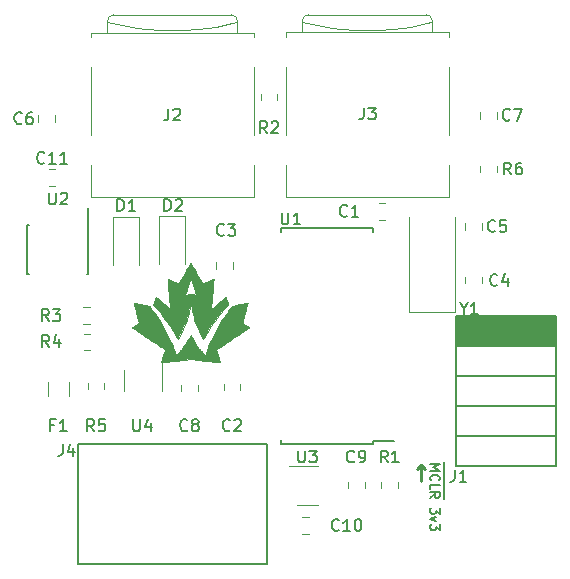
<source format=gto>
G04 #@! TF.GenerationSoftware,KiCad,Pcbnew,5.0.1*
G04 #@! TF.CreationDate,2018-11-03T23:17:01-04:00*
G04 #@! TF.ProjectId,rocketlog,726F636B65746C6F672E6B696361645F,rev?*
G04 #@! TF.SameCoordinates,Original*
G04 #@! TF.FileFunction,Legend,Top*
G04 #@! TF.FilePolarity,Positive*
%FSLAX46Y46*%
G04 Gerber Fmt 4.6, Leading zero omitted, Abs format (unit mm)*
G04 Created by KiCad (PCBNEW 5.0.1) date Sat 03 Nov 2018 11:17:01 PM EDT*
%MOMM*%
%LPD*%
G01*
G04 APERTURE LIST*
%ADD10C,0.150000*%
%ADD11C,0.250000*%
%ADD12C,0.120000*%
%ADD13C,0.010000*%
G04 APERTURE END LIST*
D10*
X160771000Y-110765019D02*
X160771000Y-111679304D01*
X159638095Y-110955495D02*
X160438095Y-110955495D01*
X159866666Y-111222161D01*
X160438095Y-111488828D01*
X159638095Y-111488828D01*
X160771000Y-111679304D02*
X160771000Y-112479304D01*
X159714285Y-112326923D02*
X159676190Y-112288828D01*
X159638095Y-112174542D01*
X159638095Y-112098352D01*
X159676190Y-111984066D01*
X159752380Y-111907876D01*
X159828571Y-111869780D01*
X159980952Y-111831685D01*
X160095238Y-111831685D01*
X160247619Y-111869780D01*
X160323809Y-111907876D01*
X160400000Y-111984066D01*
X160438095Y-112098352D01*
X160438095Y-112174542D01*
X160400000Y-112288828D01*
X160361904Y-112326923D01*
X160771000Y-112479304D02*
X160771000Y-113126923D01*
X159638095Y-113050733D02*
X159638095Y-112669780D01*
X160438095Y-112669780D01*
X160771000Y-113126923D02*
X160771000Y-113926923D01*
X159638095Y-113774542D02*
X160019047Y-113507876D01*
X159638095Y-113317400D02*
X160438095Y-113317400D01*
X160438095Y-113622161D01*
X160400000Y-113698352D01*
X160361904Y-113736447D01*
X160285714Y-113774542D01*
X160171428Y-113774542D01*
X160095238Y-113736447D01*
X160057142Y-113698352D01*
X160019047Y-113622161D01*
X160019047Y-113317400D01*
X160438095Y-114650733D02*
X160438095Y-115145971D01*
X160133333Y-114879304D01*
X160133333Y-114993590D01*
X160095238Y-115069780D01*
X160057142Y-115107876D01*
X159980952Y-115145971D01*
X159790476Y-115145971D01*
X159714285Y-115107876D01*
X159676190Y-115069780D01*
X159638095Y-114993590D01*
X159638095Y-114765019D01*
X159676190Y-114688828D01*
X159714285Y-114650733D01*
X160171428Y-115412638D02*
X159638095Y-115603114D01*
X160171428Y-115793590D01*
X160438095Y-116022161D02*
X160438095Y-116517400D01*
X160133333Y-116250733D01*
X160133333Y-116365019D01*
X160095238Y-116441209D01*
X160057142Y-116479304D01*
X159980952Y-116517400D01*
X159790476Y-116517400D01*
X159714285Y-116479304D01*
X159676190Y-116441209D01*
X159638095Y-116365019D01*
X159638095Y-116136447D01*
X159676190Y-116060257D01*
X159714285Y-116022161D01*
D11*
X158875000Y-112359066D02*
X158875000Y-111025733D01*
X158541666Y-111359066D02*
X158875000Y-111025733D01*
X159208333Y-111359066D01*
D12*
G04 #@! TO.C,J3*
X159316600Y-73590114D02*
X159816600Y-73490114D01*
X158016600Y-73890114D02*
X159316600Y-73590114D01*
X156516600Y-74090114D02*
X158016600Y-73890114D01*
X155216600Y-74190114D02*
X156516600Y-74090114D01*
X153416600Y-74190114D02*
X155216600Y-74190114D01*
X152116600Y-74090114D02*
X153416600Y-74190114D01*
X151316600Y-73990114D02*
X152116600Y-74090114D01*
X149616600Y-73690114D02*
X151316600Y-73990114D01*
X148816600Y-73490114D02*
X149616600Y-73690114D01*
X149316600Y-72890114D02*
X159316600Y-72890114D01*
X148816600Y-74390114D02*
X148816600Y-73390114D01*
X159816600Y-74390114D02*
X159816600Y-73390114D01*
X147406600Y-74390114D02*
X161226600Y-74390114D01*
X161226600Y-88310114D02*
X147406600Y-88310114D01*
X161226600Y-85610114D02*
X161226600Y-88310114D01*
X161226600Y-74390114D02*
X161226600Y-74790114D01*
X161226600Y-77310114D02*
X161226600Y-83090114D01*
X147406600Y-85610114D02*
X147406600Y-88310114D01*
X147406600Y-77310114D02*
X147406600Y-83090114D01*
X147406600Y-74390114D02*
X147406600Y-74790114D01*
X159816600Y-73390114D02*
G75*
G03X159316600Y-72890114I-500000J0D01*
G01*
X149316600Y-72890114D02*
G75*
G03X148816600Y-73390114I0J-500000D01*
G01*
G04 #@! TO.C,C11*
X127363748Y-85990000D02*
X127886252Y-85990000D01*
X127363748Y-87410000D02*
X127886252Y-87410000D01*
D10*
G04 #@! TO.C,U2*
X130690000Y-90675000D02*
X130640000Y-90675000D01*
X130690000Y-94825000D02*
X130545000Y-94825000D01*
X125540000Y-94825000D02*
X125685000Y-94825000D01*
X125540000Y-90675000D02*
X125685000Y-90675000D01*
X130690000Y-90675000D02*
X130690000Y-94825000D01*
X125540000Y-90675000D02*
X125540000Y-94825000D01*
X130640000Y-90675000D02*
X130640000Y-89275000D01*
G04 #@! TO.C,U1*
X154768990Y-109234514D02*
X154768990Y-108984514D01*
X147018990Y-109234514D02*
X147018990Y-108889514D01*
X147018990Y-90984514D02*
X147018990Y-91329514D01*
X154768990Y-90984514D02*
X154768990Y-91329514D01*
X154768990Y-109234514D02*
X147018990Y-109234514D01*
X154768990Y-90984514D02*
X147018990Y-90984514D01*
X154768990Y-108984514D02*
X156593990Y-108984514D01*
D12*
G04 #@! TO.C,J2*
X132816600Y-72905600D02*
G75*
G03X132316600Y-73405600I0J-500000D01*
G01*
X143316600Y-73405600D02*
G75*
G03X142816600Y-72905600I-500000J0D01*
G01*
X130906600Y-74405600D02*
X130906600Y-74805600D01*
X130906600Y-77325600D02*
X130906600Y-83105600D01*
X130906600Y-85625600D02*
X130906600Y-88325600D01*
X144726600Y-77325600D02*
X144726600Y-83105600D01*
X144726600Y-74405600D02*
X144726600Y-74805600D01*
X144726600Y-85625600D02*
X144726600Y-88325600D01*
X144726600Y-88325600D02*
X130906600Y-88325600D01*
X130906600Y-74405600D02*
X144726600Y-74405600D01*
X143316600Y-74405600D02*
X143316600Y-73405600D01*
X132316600Y-74405600D02*
X132316600Y-73405600D01*
X132816600Y-72905600D02*
X142816600Y-72905600D01*
X132316600Y-73505600D02*
X133116600Y-73705600D01*
X133116600Y-73705600D02*
X134816600Y-74005600D01*
X134816600Y-74005600D02*
X135616600Y-74105600D01*
X135616600Y-74105600D02*
X136916600Y-74205600D01*
X136916600Y-74205600D02*
X138716600Y-74205600D01*
X138716600Y-74205600D02*
X140016600Y-74105600D01*
X140016600Y-74105600D02*
X141516600Y-73905600D01*
X141516600Y-73905600D02*
X142816600Y-73605600D01*
X142816600Y-73605600D02*
X143316600Y-73505600D01*
D10*
G04 #@! TO.C,J1*
X161785000Y-98374200D02*
X161785000Y-111074200D01*
X170285000Y-98374200D02*
X170285000Y-111074200D01*
X161785000Y-98374200D02*
X170285000Y-98374200D01*
X161785000Y-111074200D02*
X170285000Y-111074200D01*
X161785000Y-108534200D02*
X170285000Y-108534200D01*
X161785000Y-103454200D02*
X170285000Y-103454200D01*
X161785000Y-105994200D02*
X170285000Y-105994200D01*
X161785000Y-100914200D02*
X170285000Y-100914200D01*
G36*
X170230800Y-98425000D02*
X170230800Y-100863400D01*
X161848800Y-100863400D01*
X161848800Y-98425000D01*
X170230800Y-98425000D01*
G37*
X170230800Y-98425000D02*
X170230800Y-100863400D01*
X161848800Y-100863400D01*
X161848800Y-98425000D01*
X170230800Y-98425000D01*
D12*
G04 #@! TO.C,C2*
X143570000Y-104163748D02*
X143570000Y-104686252D01*
X142150000Y-104163748D02*
X142150000Y-104686252D01*
G04 #@! TO.C,U4*
X133690000Y-102950000D02*
X133690000Y-104750000D01*
X136910000Y-104750000D02*
X136910000Y-102300000D01*
G04 #@! TO.C,F1*
X129060000Y-103997936D02*
X129060000Y-105202064D01*
X127240000Y-103997936D02*
X127240000Y-105202064D01*
G04 #@! TO.C,C6*
X127837000Y-81938652D02*
X127837000Y-81416148D01*
X126417000Y-81938652D02*
X126417000Y-81416148D01*
G04 #@! TO.C,C9*
X152665000Y-112986252D02*
X152665000Y-112463748D01*
X154085000Y-112986252D02*
X154085000Y-112463748D01*
G04 #@! TO.C,C10*
X149336252Y-115440000D02*
X148813748Y-115440000D01*
X149336252Y-116860000D02*
X148813748Y-116860000D01*
G04 #@! TO.C,C1*
X155836252Y-90250000D02*
X155313748Y-90250000D01*
X155836252Y-88830000D02*
X155313748Y-88830000D01*
G04 #@! TO.C,C3*
X141540000Y-94386252D02*
X141540000Y-93863748D01*
X142960000Y-94386252D02*
X142960000Y-93863748D01*
G04 #@! TO.C,C4*
X162590000Y-95626652D02*
X162590000Y-95104148D01*
X164010000Y-95626652D02*
X164010000Y-95104148D01*
G04 #@! TO.C,C5*
X162590000Y-90554148D02*
X162590000Y-91076652D01*
X164010000Y-90554148D02*
X164010000Y-91076652D01*
G04 #@! TO.C,C7*
X163840000Y-81163748D02*
X163840000Y-81686252D01*
X165260000Y-81163748D02*
X165260000Y-81686252D01*
G04 #@! TO.C,C8*
X138540000Y-104213748D02*
X138540000Y-104736252D01*
X139960000Y-104213748D02*
X139960000Y-104736252D01*
G04 #@! TO.C,D1*
X132755000Y-89980000D02*
X132755000Y-94040000D01*
X135025000Y-89980000D02*
X132755000Y-89980000D01*
X135025000Y-94040000D02*
X135025000Y-89980000D01*
G04 #@! TO.C,D2*
X138915000Y-94032500D02*
X138915000Y-89972500D01*
X138915000Y-89972500D02*
X136645000Y-89972500D01*
X136645000Y-89972500D02*
X136645000Y-94032500D01*
G04 #@! TO.C,R1*
X155490000Y-112986252D02*
X155490000Y-112463748D01*
X156910000Y-112986252D02*
X156910000Y-112463748D01*
G04 #@! TO.C,R3*
X130283748Y-99070000D02*
X130806252Y-99070000D01*
X130283748Y-97650000D02*
X130806252Y-97650000D01*
G04 #@! TO.C,R4*
X130307738Y-99899514D02*
X130830242Y-99899514D01*
X130307738Y-101319514D02*
X130830242Y-101319514D01*
G04 #@! TO.C,R5*
X132060000Y-104561252D02*
X132060000Y-104038748D01*
X130640000Y-104561252D02*
X130640000Y-104038748D01*
G04 #@! TO.C,Y1*
X157850000Y-90052900D02*
X157850000Y-98027900D01*
X157850000Y-98027900D02*
X161750000Y-98027900D01*
X161750000Y-98027900D02*
X161750000Y-90052900D01*
G04 #@! TO.C,U3*
X148325000Y-114360000D02*
X150125000Y-114360000D01*
X150125000Y-111140000D02*
X147675000Y-111140000D01*
D13*
G04 #@! TO.C,G\002A\002A\002A*
G36*
X139360228Y-93890610D02*
X139381431Y-93924938D01*
X139413866Y-93979788D01*
X139456434Y-94053230D01*
X139508034Y-94143337D01*
X139567566Y-94248180D01*
X139633930Y-94365829D01*
X139706026Y-94494356D01*
X139782752Y-94631833D01*
X139849294Y-94751587D01*
X139929138Y-94895533D01*
X140005195Y-95032589D01*
X140076365Y-95160776D01*
X140141547Y-95278111D01*
X140199638Y-95382616D01*
X140249538Y-95472309D01*
X140290145Y-95545210D01*
X140320359Y-95599339D01*
X140339078Y-95632716D01*
X140345067Y-95643194D01*
X140353514Y-95646001D01*
X140373219Y-95642700D01*
X140406226Y-95632502D01*
X140454580Y-95614617D01*
X140520323Y-95588256D01*
X140605502Y-95552631D01*
X140712160Y-95506952D01*
X140825965Y-95457570D01*
X140932858Y-95411319D01*
X141031665Y-95369196D01*
X141119509Y-95332380D01*
X141193513Y-95302050D01*
X141250798Y-95279385D01*
X141288486Y-95265563D01*
X141303701Y-95261764D01*
X141303799Y-95261834D01*
X141303760Y-95276646D01*
X141301190Y-95317216D01*
X141296259Y-95381598D01*
X141289142Y-95467844D01*
X141280010Y-95574009D01*
X141269035Y-95698146D01*
X141256390Y-95838309D01*
X141242248Y-95992551D01*
X141226780Y-96158927D01*
X141210160Y-96335490D01*
X141192559Y-96520293D01*
X141189612Y-96551026D01*
X141171841Y-96736915D01*
X141154964Y-96914827D01*
X141139158Y-97082820D01*
X141124598Y-97238954D01*
X141111463Y-97381288D01*
X141099928Y-97507882D01*
X141090169Y-97616795D01*
X141082365Y-97706085D01*
X141076691Y-97773813D01*
X141073323Y-97818038D01*
X141072440Y-97836819D01*
X141072545Y-97837338D01*
X141083703Y-97829421D01*
X141113775Y-97804573D01*
X141160913Y-97764405D01*
X141223267Y-97710526D01*
X141298991Y-97644545D01*
X141386235Y-97568072D01*
X141483151Y-97482718D01*
X141587890Y-97390091D01*
X141680522Y-97307879D01*
X141790616Y-97210187D01*
X141894599Y-97118246D01*
X141990600Y-97033690D01*
X142076748Y-96958152D01*
X142151169Y-96893265D01*
X142211994Y-96840661D01*
X142257349Y-96801974D01*
X142285364Y-96778835D01*
X142294106Y-96772609D01*
X142298355Y-96775725D01*
X142304884Y-96786616D01*
X142314598Y-96807595D01*
X142328402Y-96840977D01*
X142347201Y-96889076D01*
X142371901Y-96954204D01*
X142403406Y-97038677D01*
X142442622Y-97144807D01*
X142487906Y-97267966D01*
X142529253Y-97380584D01*
X142410652Y-97517404D01*
X142257632Y-97698411D01*
X142097133Y-97896590D01*
X141931407Y-98108720D01*
X141762706Y-98331582D01*
X141593279Y-98561956D01*
X141425379Y-98796621D01*
X141261257Y-99032358D01*
X141103164Y-99265946D01*
X140953352Y-99494166D01*
X140814072Y-99713797D01*
X140687574Y-99921619D01*
X140576111Y-100114413D01*
X140508784Y-100237673D01*
X140433201Y-100380045D01*
X140387289Y-100313315D01*
X140299767Y-100176590D01*
X140209077Y-100017244D01*
X140117399Y-99839974D01*
X140026914Y-99649474D01*
X139939804Y-99450442D01*
X139858249Y-99247574D01*
X139784431Y-99045565D01*
X139748015Y-98936828D01*
X139682349Y-98722760D01*
X139616622Y-98487594D01*
X139552489Y-98238011D01*
X139491609Y-97980696D01*
X139435637Y-97722331D01*
X139392092Y-97501194D01*
X139352658Y-97290327D01*
X139281007Y-97647331D01*
X139201826Y-98019104D01*
X139118414Y-98365380D01*
X139030020Y-98688276D01*
X138935894Y-98989912D01*
X138835285Y-99272406D01*
X138727443Y-99537877D01*
X138611618Y-99788444D01*
X138487060Y-100026227D01*
X138364937Y-100234177D01*
X138331687Y-100287008D01*
X138303263Y-100330511D01*
X138283114Y-100359511D01*
X138275292Y-100368778D01*
X138264961Y-100360078D01*
X138245731Y-100331479D01*
X138220873Y-100288118D01*
X138206325Y-100260497D01*
X138125430Y-100109768D01*
X138028182Y-99940922D01*
X137916558Y-99756790D01*
X137792532Y-99560203D01*
X137658081Y-99353994D01*
X137515181Y-99140993D01*
X137365808Y-98924032D01*
X137211938Y-98705944D01*
X137055547Y-98489558D01*
X136898611Y-98277708D01*
X136743106Y-98073225D01*
X136591008Y-97878939D01*
X136444293Y-97697684D01*
X136304937Y-97532289D01*
X136292066Y-97517404D01*
X136173465Y-97380584D01*
X136214812Y-97267966D01*
X136262208Y-97139071D01*
X136301031Y-97034036D01*
X136332183Y-96950548D01*
X136356569Y-96886295D01*
X136375093Y-96838964D01*
X136388659Y-96806243D01*
X136398171Y-96785820D01*
X136404533Y-96775382D01*
X136408464Y-96772609D01*
X136420644Y-96781601D01*
X136451727Y-96807489D01*
X136499839Y-96848641D01*
X136563110Y-96903426D01*
X136639667Y-96970211D01*
X136727639Y-97047365D01*
X136825155Y-97133255D01*
X136930342Y-97226251D01*
X137022202Y-97307724D01*
X137132127Y-97405181D01*
X137235773Y-97496724D01*
X137331292Y-97580745D01*
X137416836Y-97655635D01*
X137490556Y-97719783D01*
X137550604Y-97771580D01*
X137595132Y-97809418D01*
X137622290Y-97831687D01*
X137630328Y-97837183D01*
X137629849Y-97822818D01*
X137626859Y-97782687D01*
X137621533Y-97718732D01*
X137614050Y-97632893D01*
X137604586Y-97527109D01*
X137593317Y-97403322D01*
X137580421Y-97263472D01*
X137566075Y-97109499D01*
X137550454Y-96943343D01*
X137533737Y-96766946D01*
X137531577Y-96744317D01*
X138845639Y-96744317D01*
X138850725Y-96745802D01*
X138871176Y-96730740D01*
X138902735Y-96702327D01*
X138906819Y-96698411D01*
X138956055Y-96657426D01*
X139017236Y-96615415D01*
X139073003Y-96583657D01*
X139197224Y-96536487D01*
X139323322Y-96516348D01*
X139448546Y-96522820D01*
X139570143Y-96555485D01*
X139685361Y-96613925D01*
X139785304Y-96691906D01*
X139820923Y-96723638D01*
X139846207Y-96743048D01*
X139856983Y-96747047D01*
X139856761Y-96744773D01*
X139851393Y-96728034D01*
X139838493Y-96687102D01*
X139818807Y-96624362D01*
X139793081Y-96542196D01*
X139762059Y-96442991D01*
X139726488Y-96329128D01*
X139687113Y-96202993D01*
X139644680Y-96066969D01*
X139602159Y-95930581D01*
X139557694Y-95788000D01*
X139515715Y-95653542D01*
X139476946Y-95529522D01*
X139442113Y-95418256D01*
X139411942Y-95322056D01*
X139387160Y-95243238D01*
X139368491Y-95184116D01*
X139356662Y-95147005D01*
X139352408Y-95134224D01*
X139347939Y-95146575D01*
X139335930Y-95183220D01*
X139317103Y-95241872D01*
X139292182Y-95320244D01*
X139261889Y-95416048D01*
X139226948Y-95526999D01*
X139188082Y-95650809D01*
X139146014Y-95785191D01*
X139101566Y-95927539D01*
X139056802Y-96071017D01*
X139014381Y-96206864D01*
X138975047Y-96332701D01*
X138939546Y-96446153D01*
X138908623Y-96544842D01*
X138883022Y-96626390D01*
X138863487Y-96688421D01*
X138850765Y-96728557D01*
X138845639Y-96744317D01*
X137531577Y-96744317D01*
X137516100Y-96582247D01*
X137513106Y-96551026D01*
X137495363Y-96365062D01*
X137478575Y-96187020D01*
X137462914Y-96018845D01*
X137448552Y-95862485D01*
X137435662Y-95719886D01*
X137424416Y-95592995D01*
X137414986Y-95483758D01*
X137407544Y-95394122D01*
X137402262Y-95326033D01*
X137399313Y-95281439D01*
X137398869Y-95262284D01*
X137399046Y-95261707D01*
X137413371Y-95265056D01*
X137450275Y-95278463D01*
X137506872Y-95300748D01*
X137580275Y-95330732D01*
X137667597Y-95367235D01*
X137765950Y-95409077D01*
X137872448Y-95455078D01*
X137874649Y-95456036D01*
X137981171Y-95502340D01*
X138079411Y-95544938D01*
X138166505Y-95582597D01*
X138239592Y-95614084D01*
X138295810Y-95638166D01*
X138332297Y-95653609D01*
X138346190Y-95659182D01*
X138346218Y-95659184D01*
X138353569Y-95647321D01*
X138373319Y-95613006D01*
X138404404Y-95558144D01*
X138445754Y-95484643D01*
X138496304Y-95394412D01*
X138554986Y-95289357D01*
X138620733Y-95171386D01*
X138692479Y-95042407D01*
X138769155Y-94904326D01*
X138844222Y-94768932D01*
X138924697Y-94624012D01*
X139001463Y-94486422D01*
X139073432Y-94358071D01*
X139139516Y-94240872D01*
X139198626Y-94136733D01*
X139249675Y-94047564D01*
X139291574Y-93975276D01*
X139323235Y-93921778D01*
X139343569Y-93888982D01*
X139351359Y-93878733D01*
X139360228Y-93890610D01*
X139360228Y-93890610D01*
G37*
X139360228Y-93890610D02*
X139381431Y-93924938D01*
X139413866Y-93979788D01*
X139456434Y-94053230D01*
X139508034Y-94143337D01*
X139567566Y-94248180D01*
X139633930Y-94365829D01*
X139706026Y-94494356D01*
X139782752Y-94631833D01*
X139849294Y-94751587D01*
X139929138Y-94895533D01*
X140005195Y-95032589D01*
X140076365Y-95160776D01*
X140141547Y-95278111D01*
X140199638Y-95382616D01*
X140249538Y-95472309D01*
X140290145Y-95545210D01*
X140320359Y-95599339D01*
X140339078Y-95632716D01*
X140345067Y-95643194D01*
X140353514Y-95646001D01*
X140373219Y-95642700D01*
X140406226Y-95632502D01*
X140454580Y-95614617D01*
X140520323Y-95588256D01*
X140605502Y-95552631D01*
X140712160Y-95506952D01*
X140825965Y-95457570D01*
X140932858Y-95411319D01*
X141031665Y-95369196D01*
X141119509Y-95332380D01*
X141193513Y-95302050D01*
X141250798Y-95279385D01*
X141288486Y-95265563D01*
X141303701Y-95261764D01*
X141303799Y-95261834D01*
X141303760Y-95276646D01*
X141301190Y-95317216D01*
X141296259Y-95381598D01*
X141289142Y-95467844D01*
X141280010Y-95574009D01*
X141269035Y-95698146D01*
X141256390Y-95838309D01*
X141242248Y-95992551D01*
X141226780Y-96158927D01*
X141210160Y-96335490D01*
X141192559Y-96520293D01*
X141189612Y-96551026D01*
X141171841Y-96736915D01*
X141154964Y-96914827D01*
X141139158Y-97082820D01*
X141124598Y-97238954D01*
X141111463Y-97381288D01*
X141099928Y-97507882D01*
X141090169Y-97616795D01*
X141082365Y-97706085D01*
X141076691Y-97773813D01*
X141073323Y-97818038D01*
X141072440Y-97836819D01*
X141072545Y-97837338D01*
X141083703Y-97829421D01*
X141113775Y-97804573D01*
X141160913Y-97764405D01*
X141223267Y-97710526D01*
X141298991Y-97644545D01*
X141386235Y-97568072D01*
X141483151Y-97482718D01*
X141587890Y-97390091D01*
X141680522Y-97307879D01*
X141790616Y-97210187D01*
X141894599Y-97118246D01*
X141990600Y-97033690D01*
X142076748Y-96958152D01*
X142151169Y-96893265D01*
X142211994Y-96840661D01*
X142257349Y-96801974D01*
X142285364Y-96778835D01*
X142294106Y-96772609D01*
X142298355Y-96775725D01*
X142304884Y-96786616D01*
X142314598Y-96807595D01*
X142328402Y-96840977D01*
X142347201Y-96889076D01*
X142371901Y-96954204D01*
X142403406Y-97038677D01*
X142442622Y-97144807D01*
X142487906Y-97267966D01*
X142529253Y-97380584D01*
X142410652Y-97517404D01*
X142257632Y-97698411D01*
X142097133Y-97896590D01*
X141931407Y-98108720D01*
X141762706Y-98331582D01*
X141593279Y-98561956D01*
X141425379Y-98796621D01*
X141261257Y-99032358D01*
X141103164Y-99265946D01*
X140953352Y-99494166D01*
X140814072Y-99713797D01*
X140687574Y-99921619D01*
X140576111Y-100114413D01*
X140508784Y-100237673D01*
X140433201Y-100380045D01*
X140387289Y-100313315D01*
X140299767Y-100176590D01*
X140209077Y-100017244D01*
X140117399Y-99839974D01*
X140026914Y-99649474D01*
X139939804Y-99450442D01*
X139858249Y-99247574D01*
X139784431Y-99045565D01*
X139748015Y-98936828D01*
X139682349Y-98722760D01*
X139616622Y-98487594D01*
X139552489Y-98238011D01*
X139491609Y-97980696D01*
X139435637Y-97722331D01*
X139392092Y-97501194D01*
X139352658Y-97290327D01*
X139281007Y-97647331D01*
X139201826Y-98019104D01*
X139118414Y-98365380D01*
X139030020Y-98688276D01*
X138935894Y-98989912D01*
X138835285Y-99272406D01*
X138727443Y-99537877D01*
X138611618Y-99788444D01*
X138487060Y-100026227D01*
X138364937Y-100234177D01*
X138331687Y-100287008D01*
X138303263Y-100330511D01*
X138283114Y-100359511D01*
X138275292Y-100368778D01*
X138264961Y-100360078D01*
X138245731Y-100331479D01*
X138220873Y-100288118D01*
X138206325Y-100260497D01*
X138125430Y-100109768D01*
X138028182Y-99940922D01*
X137916558Y-99756790D01*
X137792532Y-99560203D01*
X137658081Y-99353994D01*
X137515181Y-99140993D01*
X137365808Y-98924032D01*
X137211938Y-98705944D01*
X137055547Y-98489558D01*
X136898611Y-98277708D01*
X136743106Y-98073225D01*
X136591008Y-97878939D01*
X136444293Y-97697684D01*
X136304937Y-97532289D01*
X136292066Y-97517404D01*
X136173465Y-97380584D01*
X136214812Y-97267966D01*
X136262208Y-97139071D01*
X136301031Y-97034036D01*
X136332183Y-96950548D01*
X136356569Y-96886295D01*
X136375093Y-96838964D01*
X136388659Y-96806243D01*
X136398171Y-96785820D01*
X136404533Y-96775382D01*
X136408464Y-96772609D01*
X136420644Y-96781601D01*
X136451727Y-96807489D01*
X136499839Y-96848641D01*
X136563110Y-96903426D01*
X136639667Y-96970211D01*
X136727639Y-97047365D01*
X136825155Y-97133255D01*
X136930342Y-97226251D01*
X137022202Y-97307724D01*
X137132127Y-97405181D01*
X137235773Y-97496724D01*
X137331292Y-97580745D01*
X137416836Y-97655635D01*
X137490556Y-97719783D01*
X137550604Y-97771580D01*
X137595132Y-97809418D01*
X137622290Y-97831687D01*
X137630328Y-97837183D01*
X137629849Y-97822818D01*
X137626859Y-97782687D01*
X137621533Y-97718732D01*
X137614050Y-97632893D01*
X137604586Y-97527109D01*
X137593317Y-97403322D01*
X137580421Y-97263472D01*
X137566075Y-97109499D01*
X137550454Y-96943343D01*
X137533737Y-96766946D01*
X137531577Y-96744317D01*
X138845639Y-96744317D01*
X138850725Y-96745802D01*
X138871176Y-96730740D01*
X138902735Y-96702327D01*
X138906819Y-96698411D01*
X138956055Y-96657426D01*
X139017236Y-96615415D01*
X139073003Y-96583657D01*
X139197224Y-96536487D01*
X139323322Y-96516348D01*
X139448546Y-96522820D01*
X139570143Y-96555485D01*
X139685361Y-96613925D01*
X139785304Y-96691906D01*
X139820923Y-96723638D01*
X139846207Y-96743048D01*
X139856983Y-96747047D01*
X139856761Y-96744773D01*
X139851393Y-96728034D01*
X139838493Y-96687102D01*
X139818807Y-96624362D01*
X139793081Y-96542196D01*
X139762059Y-96442991D01*
X139726488Y-96329128D01*
X139687113Y-96202993D01*
X139644680Y-96066969D01*
X139602159Y-95930581D01*
X139557694Y-95788000D01*
X139515715Y-95653542D01*
X139476946Y-95529522D01*
X139442113Y-95418256D01*
X139411942Y-95322056D01*
X139387160Y-95243238D01*
X139368491Y-95184116D01*
X139356662Y-95147005D01*
X139352408Y-95134224D01*
X139347939Y-95146575D01*
X139335930Y-95183220D01*
X139317103Y-95241872D01*
X139292182Y-95320244D01*
X139261889Y-95416048D01*
X139226948Y-95526999D01*
X139188082Y-95650809D01*
X139146014Y-95785191D01*
X139101566Y-95927539D01*
X139056802Y-96071017D01*
X139014381Y-96206864D01*
X138975047Y-96332701D01*
X138939546Y-96446153D01*
X138908623Y-96544842D01*
X138883022Y-96626390D01*
X138863487Y-96688421D01*
X138850765Y-96728557D01*
X138845639Y-96744317D01*
X137531577Y-96744317D01*
X137516100Y-96582247D01*
X137513106Y-96551026D01*
X137495363Y-96365062D01*
X137478575Y-96187020D01*
X137462914Y-96018845D01*
X137448552Y-95862485D01*
X137435662Y-95719886D01*
X137424416Y-95592995D01*
X137414986Y-95483758D01*
X137407544Y-95394122D01*
X137402262Y-95326033D01*
X137399313Y-95281439D01*
X137398869Y-95262284D01*
X137399046Y-95261707D01*
X137413371Y-95265056D01*
X137450275Y-95278463D01*
X137506872Y-95300748D01*
X137580275Y-95330732D01*
X137667597Y-95367235D01*
X137765950Y-95409077D01*
X137872448Y-95455078D01*
X137874649Y-95456036D01*
X137981171Y-95502340D01*
X138079411Y-95544938D01*
X138166505Y-95582597D01*
X138239592Y-95614084D01*
X138295810Y-95638166D01*
X138332297Y-95653609D01*
X138346190Y-95659182D01*
X138346218Y-95659184D01*
X138353569Y-95647321D01*
X138373319Y-95613006D01*
X138404404Y-95558144D01*
X138445754Y-95484643D01*
X138496304Y-95394412D01*
X138554986Y-95289357D01*
X138620733Y-95171386D01*
X138692479Y-95042407D01*
X138769155Y-94904326D01*
X138844222Y-94768932D01*
X138924697Y-94624012D01*
X139001463Y-94486422D01*
X139073432Y-94358071D01*
X139139516Y-94240872D01*
X139198626Y-94136733D01*
X139249675Y-94047564D01*
X139291574Y-93975276D01*
X139323235Y-93921778D01*
X139343569Y-93888982D01*
X139351359Y-93878733D01*
X139360228Y-93890610D01*
G36*
X134545793Y-97282739D02*
X134584466Y-97289599D01*
X134645104Y-97300860D01*
X134725038Y-97316010D01*
X134821598Y-97334542D01*
X134932117Y-97355944D01*
X135053924Y-97379709D01*
X135184351Y-97405326D01*
X135186588Y-97405767D01*
X135347754Y-97437747D01*
X135483350Y-97465163D01*
X135595192Y-97488430D01*
X135685095Y-97507959D01*
X135754878Y-97524165D01*
X135806356Y-97537460D01*
X135841347Y-97548257D01*
X135861665Y-97556969D01*
X135866604Y-97560408D01*
X135891547Y-97587253D01*
X135929852Y-97634111D01*
X135979293Y-97697932D01*
X136037647Y-97775666D01*
X136102688Y-97864263D01*
X136172192Y-97960674D01*
X136243933Y-98061848D01*
X136315688Y-98164737D01*
X136385230Y-98266290D01*
X136428946Y-98331267D01*
X136635483Y-98649468D01*
X136837837Y-98978352D01*
X137033708Y-99313658D01*
X137220797Y-99651125D01*
X137396803Y-99986494D01*
X137559426Y-100315503D01*
X137706368Y-100633892D01*
X137833963Y-100934033D01*
X137866132Y-101016060D01*
X137901099Y-101109675D01*
X137937221Y-101210036D01*
X137972860Y-101312298D01*
X138006373Y-101411617D01*
X138036120Y-101503152D01*
X138060460Y-101582058D01*
X138077752Y-101643491D01*
X138085177Y-101675544D01*
X138093693Y-101708830D01*
X138102640Y-101726489D01*
X138104553Y-101727348D01*
X138117908Y-101717268D01*
X138146544Y-101689084D01*
X138187691Y-101645881D01*
X138238576Y-101590746D01*
X138296431Y-101526762D01*
X138358484Y-101457016D01*
X138421964Y-101384593D01*
X138484102Y-101312578D01*
X138542127Y-101244056D01*
X138584498Y-101192879D01*
X138714262Y-101029080D01*
X138833759Y-100867045D01*
X138947234Y-100700424D01*
X139058935Y-100522869D01*
X139173107Y-100328029D01*
X139226023Y-100233742D01*
X139265426Y-100164313D01*
X139300731Y-100105132D01*
X139329640Y-100059810D01*
X139349855Y-100031958D01*
X139358918Y-100024975D01*
X139369452Y-100041092D01*
X139390085Y-100076495D01*
X139417810Y-100125912D01*
X139448756Y-100182472D01*
X139602577Y-100454232D01*
X139758893Y-100704419D01*
X139921820Y-100939250D01*
X140095474Y-101164939D01*
X140117074Y-101191513D01*
X140169961Y-101255221D01*
X140229168Y-101324880D01*
X140291933Y-101397411D01*
X140355490Y-101469736D01*
X140417078Y-101538777D01*
X140473932Y-101601457D01*
X140523289Y-101654696D01*
X140562384Y-101695418D01*
X140588455Y-101720543D01*
X140598165Y-101727348D01*
X140606657Y-101715161D01*
X140615619Y-101684937D01*
X140617541Y-101675544D01*
X140628371Y-101630651D01*
X140647497Y-101564600D01*
X140673279Y-101482234D01*
X140704076Y-101388397D01*
X140738247Y-101287933D01*
X140774151Y-101185686D01*
X140810146Y-101086497D01*
X140844593Y-100995212D01*
X140868755Y-100934033D01*
X140995384Y-100636202D01*
X141139717Y-100323321D01*
X141299435Y-99999683D01*
X141472223Y-99669579D01*
X141655765Y-99337301D01*
X141847744Y-99007142D01*
X142045844Y-98683392D01*
X142247749Y-98370343D01*
X142272390Y-98333301D01*
X142339155Y-98234444D01*
X142409622Y-98132188D01*
X142481569Y-98029578D01*
X142552776Y-97929659D01*
X142621024Y-97835478D01*
X142684090Y-97750078D01*
X142739756Y-97676507D01*
X142785800Y-97617808D01*
X142820003Y-97577028D01*
X142835506Y-97560958D01*
X142850212Y-97553021D01*
X142879981Y-97542932D01*
X142926513Y-97530304D01*
X142991503Y-97514753D01*
X143076648Y-97495894D01*
X143183647Y-97473341D01*
X143314195Y-97446709D01*
X143469990Y-97415613D01*
X143515522Y-97406616D01*
X143646132Y-97380927D01*
X143768167Y-97357073D01*
X143878962Y-97335563D01*
X143975847Y-97316910D01*
X144056155Y-97301624D01*
X144117218Y-97290215D01*
X144156370Y-97283195D01*
X144170941Y-97281074D01*
X144170963Y-97281086D01*
X144168141Y-97294486D01*
X144159114Y-97332091D01*
X144144583Y-97391142D01*
X144125247Y-97468877D01*
X144101807Y-97562538D01*
X144074964Y-97669363D01*
X144045417Y-97786594D01*
X144013866Y-97911468D01*
X143981013Y-98041227D01*
X143947557Y-98173110D01*
X143914198Y-98304357D01*
X143881637Y-98432207D01*
X143850574Y-98553902D01*
X143821710Y-98666680D01*
X143795744Y-98767781D01*
X143773376Y-98854445D01*
X143755308Y-98923913D01*
X143742239Y-98973423D01*
X143734869Y-99000216D01*
X143734551Y-99001281D01*
X143737930Y-99011882D01*
X143754535Y-99027995D01*
X143786517Y-99051032D01*
X143836030Y-99082407D01*
X143905226Y-99123532D01*
X143996258Y-99175821D01*
X144027330Y-99193433D01*
X144109789Y-99240480D01*
X144183568Y-99283370D01*
X144245388Y-99320131D01*
X144291972Y-99348794D01*
X144320041Y-99367388D01*
X144326975Y-99373599D01*
X144315549Y-99382422D01*
X144282218Y-99405494D01*
X144228405Y-99441875D01*
X144155533Y-99490626D01*
X144065023Y-99550807D01*
X143958299Y-99621480D01*
X143836783Y-99701704D01*
X143701897Y-99790540D01*
X143555063Y-99887049D01*
X143397705Y-99990292D01*
X143231245Y-100099328D01*
X143057104Y-100213219D01*
X142921438Y-100301830D01*
X142742418Y-100418804D01*
X142570000Y-100531682D01*
X142405610Y-100639520D01*
X142250671Y-100741375D01*
X142106605Y-100836304D01*
X141974836Y-100923364D01*
X141856787Y-101001613D01*
X141753881Y-101070107D01*
X141667543Y-101127902D01*
X141599195Y-101174057D01*
X141550260Y-101207628D01*
X141522162Y-101227672D01*
X141515618Y-101233266D01*
X141519633Y-101249170D01*
X141531210Y-101288696D01*
X141549454Y-101348945D01*
X141573473Y-101427018D01*
X141602373Y-101520018D01*
X141635260Y-101625045D01*
X141671241Y-101739200D01*
X141684197Y-101780134D01*
X141720773Y-101896483D01*
X141754181Y-102004515D01*
X141783576Y-102101368D01*
X141808116Y-102184182D01*
X141826957Y-102250097D01*
X141839256Y-102296252D01*
X141844170Y-102319787D01*
X141843979Y-102322162D01*
X141829131Y-102321874D01*
X141788622Y-102318433D01*
X141724423Y-102312062D01*
X141638504Y-102302980D01*
X141532833Y-102291409D01*
X141409382Y-102277569D01*
X141270121Y-102261682D01*
X141117018Y-102243967D01*
X140952045Y-102224647D01*
X140777171Y-102203942D01*
X140594366Y-102182073D01*
X140593129Y-102181924D01*
X139351359Y-102032608D01*
X138135036Y-102179211D01*
X137953441Y-102201054D01*
X137779317Y-102221914D01*
X137614708Y-102241548D01*
X137461655Y-102259719D01*
X137322203Y-102276187D01*
X137198394Y-102290711D01*
X137092270Y-102303051D01*
X137005876Y-102312969D01*
X136941254Y-102320223D01*
X136900447Y-102324575D01*
X136885912Y-102325814D01*
X136860714Y-102321637D01*
X136853112Y-102314263D01*
X136857188Y-102298876D01*
X136868816Y-102259868D01*
X136887096Y-102200138D01*
X136911127Y-102122588D01*
X136940011Y-102030116D01*
X136972846Y-101925624D01*
X137008734Y-101812010D01*
X137020126Y-101776061D01*
X137056785Y-101660087D01*
X137090657Y-101552208D01*
X137120841Y-101455346D01*
X137146435Y-101372427D01*
X137166539Y-101306375D01*
X137180251Y-101260116D01*
X137186670Y-101236573D01*
X137187039Y-101234379D01*
X137175597Y-101225002D01*
X137142246Y-101201390D01*
X137088407Y-101164488D01*
X137015506Y-101115239D01*
X136924965Y-101054587D01*
X136818206Y-100983479D01*
X136696653Y-100902856D01*
X136561729Y-100813665D01*
X136414857Y-100716849D01*
X136257460Y-100613352D01*
X136090962Y-100504119D01*
X135916784Y-100390095D01*
X135781341Y-100301590D01*
X135602349Y-100184635D01*
X135429962Y-100071831D01*
X135265603Y-99964115D01*
X135110695Y-99862427D01*
X134966659Y-99767707D01*
X134834917Y-99680894D01*
X134716892Y-99602927D01*
X134614006Y-99534744D01*
X134527682Y-99477287D01*
X134459341Y-99431492D01*
X134410406Y-99398301D01*
X134382299Y-99378652D01*
X134375743Y-99373359D01*
X134387351Y-99363912D01*
X134419993Y-99342874D01*
X134470389Y-99312214D01*
X134535263Y-99273899D01*
X134611336Y-99229897D01*
X134675388Y-99193433D01*
X134773215Y-99137612D01*
X134848577Y-99093367D01*
X134903626Y-99059286D01*
X134940514Y-99033955D01*
X134961394Y-99015963D01*
X134968420Y-99003895D01*
X134968167Y-99001281D01*
X134961232Y-98976247D01*
X134948547Y-98928291D01*
X134930813Y-98860174D01*
X134908730Y-98774655D01*
X134882998Y-98674497D01*
X134854318Y-98562458D01*
X134823389Y-98441300D01*
X134790912Y-98313783D01*
X134757586Y-98182668D01*
X134724113Y-98050714D01*
X134691192Y-97920682D01*
X134659524Y-97795334D01*
X134629809Y-97677428D01*
X134602746Y-97569726D01*
X134579037Y-97474988D01*
X134559381Y-97395975D01*
X134544479Y-97335447D01*
X134535030Y-97296164D01*
X134531735Y-97280887D01*
X134531754Y-97280787D01*
X134545793Y-97282739D01*
X134545793Y-97282739D01*
G37*
X134545793Y-97282739D02*
X134584466Y-97289599D01*
X134645104Y-97300860D01*
X134725038Y-97316010D01*
X134821598Y-97334542D01*
X134932117Y-97355944D01*
X135053924Y-97379709D01*
X135184351Y-97405326D01*
X135186588Y-97405767D01*
X135347754Y-97437747D01*
X135483350Y-97465163D01*
X135595192Y-97488430D01*
X135685095Y-97507959D01*
X135754878Y-97524165D01*
X135806356Y-97537460D01*
X135841347Y-97548257D01*
X135861665Y-97556969D01*
X135866604Y-97560408D01*
X135891547Y-97587253D01*
X135929852Y-97634111D01*
X135979293Y-97697932D01*
X136037647Y-97775666D01*
X136102688Y-97864263D01*
X136172192Y-97960674D01*
X136243933Y-98061848D01*
X136315688Y-98164737D01*
X136385230Y-98266290D01*
X136428946Y-98331267D01*
X136635483Y-98649468D01*
X136837837Y-98978352D01*
X137033708Y-99313658D01*
X137220797Y-99651125D01*
X137396803Y-99986494D01*
X137559426Y-100315503D01*
X137706368Y-100633892D01*
X137833963Y-100934033D01*
X137866132Y-101016060D01*
X137901099Y-101109675D01*
X137937221Y-101210036D01*
X137972860Y-101312298D01*
X138006373Y-101411617D01*
X138036120Y-101503152D01*
X138060460Y-101582058D01*
X138077752Y-101643491D01*
X138085177Y-101675544D01*
X138093693Y-101708830D01*
X138102640Y-101726489D01*
X138104553Y-101727348D01*
X138117908Y-101717268D01*
X138146544Y-101689084D01*
X138187691Y-101645881D01*
X138238576Y-101590746D01*
X138296431Y-101526762D01*
X138358484Y-101457016D01*
X138421964Y-101384593D01*
X138484102Y-101312578D01*
X138542127Y-101244056D01*
X138584498Y-101192879D01*
X138714262Y-101029080D01*
X138833759Y-100867045D01*
X138947234Y-100700424D01*
X139058935Y-100522869D01*
X139173107Y-100328029D01*
X139226023Y-100233742D01*
X139265426Y-100164313D01*
X139300731Y-100105132D01*
X139329640Y-100059810D01*
X139349855Y-100031958D01*
X139358918Y-100024975D01*
X139369452Y-100041092D01*
X139390085Y-100076495D01*
X139417810Y-100125912D01*
X139448756Y-100182472D01*
X139602577Y-100454232D01*
X139758893Y-100704419D01*
X139921820Y-100939250D01*
X140095474Y-101164939D01*
X140117074Y-101191513D01*
X140169961Y-101255221D01*
X140229168Y-101324880D01*
X140291933Y-101397411D01*
X140355490Y-101469736D01*
X140417078Y-101538777D01*
X140473932Y-101601457D01*
X140523289Y-101654696D01*
X140562384Y-101695418D01*
X140588455Y-101720543D01*
X140598165Y-101727348D01*
X140606657Y-101715161D01*
X140615619Y-101684937D01*
X140617541Y-101675544D01*
X140628371Y-101630651D01*
X140647497Y-101564600D01*
X140673279Y-101482234D01*
X140704076Y-101388397D01*
X140738247Y-101287933D01*
X140774151Y-101185686D01*
X140810146Y-101086497D01*
X140844593Y-100995212D01*
X140868755Y-100934033D01*
X140995384Y-100636202D01*
X141139717Y-100323321D01*
X141299435Y-99999683D01*
X141472223Y-99669579D01*
X141655765Y-99337301D01*
X141847744Y-99007142D01*
X142045844Y-98683392D01*
X142247749Y-98370343D01*
X142272390Y-98333301D01*
X142339155Y-98234444D01*
X142409622Y-98132188D01*
X142481569Y-98029578D01*
X142552776Y-97929659D01*
X142621024Y-97835478D01*
X142684090Y-97750078D01*
X142739756Y-97676507D01*
X142785800Y-97617808D01*
X142820003Y-97577028D01*
X142835506Y-97560958D01*
X142850212Y-97553021D01*
X142879981Y-97542932D01*
X142926513Y-97530304D01*
X142991503Y-97514753D01*
X143076648Y-97495894D01*
X143183647Y-97473341D01*
X143314195Y-97446709D01*
X143469990Y-97415613D01*
X143515522Y-97406616D01*
X143646132Y-97380927D01*
X143768167Y-97357073D01*
X143878962Y-97335563D01*
X143975847Y-97316910D01*
X144056155Y-97301624D01*
X144117218Y-97290215D01*
X144156370Y-97283195D01*
X144170941Y-97281074D01*
X144170963Y-97281086D01*
X144168141Y-97294486D01*
X144159114Y-97332091D01*
X144144583Y-97391142D01*
X144125247Y-97468877D01*
X144101807Y-97562538D01*
X144074964Y-97669363D01*
X144045417Y-97786594D01*
X144013866Y-97911468D01*
X143981013Y-98041227D01*
X143947557Y-98173110D01*
X143914198Y-98304357D01*
X143881637Y-98432207D01*
X143850574Y-98553902D01*
X143821710Y-98666680D01*
X143795744Y-98767781D01*
X143773376Y-98854445D01*
X143755308Y-98923913D01*
X143742239Y-98973423D01*
X143734869Y-99000216D01*
X143734551Y-99001281D01*
X143737930Y-99011882D01*
X143754535Y-99027995D01*
X143786517Y-99051032D01*
X143836030Y-99082407D01*
X143905226Y-99123532D01*
X143996258Y-99175821D01*
X144027330Y-99193433D01*
X144109789Y-99240480D01*
X144183568Y-99283370D01*
X144245388Y-99320131D01*
X144291972Y-99348794D01*
X144320041Y-99367388D01*
X144326975Y-99373599D01*
X144315549Y-99382422D01*
X144282218Y-99405494D01*
X144228405Y-99441875D01*
X144155533Y-99490626D01*
X144065023Y-99550807D01*
X143958299Y-99621480D01*
X143836783Y-99701704D01*
X143701897Y-99790540D01*
X143555063Y-99887049D01*
X143397705Y-99990292D01*
X143231245Y-100099328D01*
X143057104Y-100213219D01*
X142921438Y-100301830D01*
X142742418Y-100418804D01*
X142570000Y-100531682D01*
X142405610Y-100639520D01*
X142250671Y-100741375D01*
X142106605Y-100836304D01*
X141974836Y-100923364D01*
X141856787Y-101001613D01*
X141753881Y-101070107D01*
X141667543Y-101127902D01*
X141599195Y-101174057D01*
X141550260Y-101207628D01*
X141522162Y-101227672D01*
X141515618Y-101233266D01*
X141519633Y-101249170D01*
X141531210Y-101288696D01*
X141549454Y-101348945D01*
X141573473Y-101427018D01*
X141602373Y-101520018D01*
X141635260Y-101625045D01*
X141671241Y-101739200D01*
X141684197Y-101780134D01*
X141720773Y-101896483D01*
X141754181Y-102004515D01*
X141783576Y-102101368D01*
X141808116Y-102184182D01*
X141826957Y-102250097D01*
X141839256Y-102296252D01*
X141844170Y-102319787D01*
X141843979Y-102322162D01*
X141829131Y-102321874D01*
X141788622Y-102318433D01*
X141724423Y-102312062D01*
X141638504Y-102302980D01*
X141532833Y-102291409D01*
X141409382Y-102277569D01*
X141270121Y-102261682D01*
X141117018Y-102243967D01*
X140952045Y-102224647D01*
X140777171Y-102203942D01*
X140594366Y-102182073D01*
X140593129Y-102181924D01*
X139351359Y-102032608D01*
X138135036Y-102179211D01*
X137953441Y-102201054D01*
X137779317Y-102221914D01*
X137614708Y-102241548D01*
X137461655Y-102259719D01*
X137322203Y-102276187D01*
X137198394Y-102290711D01*
X137092270Y-102303051D01*
X137005876Y-102312969D01*
X136941254Y-102320223D01*
X136900447Y-102324575D01*
X136885912Y-102325814D01*
X136860714Y-102321637D01*
X136853112Y-102314263D01*
X136857188Y-102298876D01*
X136868816Y-102259868D01*
X136887096Y-102200138D01*
X136911127Y-102122588D01*
X136940011Y-102030116D01*
X136972846Y-101925624D01*
X137008734Y-101812010D01*
X137020126Y-101776061D01*
X137056785Y-101660087D01*
X137090657Y-101552208D01*
X137120841Y-101455346D01*
X137146435Y-101372427D01*
X137166539Y-101306375D01*
X137180251Y-101260116D01*
X137186670Y-101236573D01*
X137187039Y-101234379D01*
X137175597Y-101225002D01*
X137142246Y-101201390D01*
X137088407Y-101164488D01*
X137015506Y-101115239D01*
X136924965Y-101054587D01*
X136818206Y-100983479D01*
X136696653Y-100902856D01*
X136561729Y-100813665D01*
X136414857Y-100716849D01*
X136257460Y-100613352D01*
X136090962Y-100504119D01*
X135916784Y-100390095D01*
X135781341Y-100301590D01*
X135602349Y-100184635D01*
X135429962Y-100071831D01*
X135265603Y-99964115D01*
X135110695Y-99862427D01*
X134966659Y-99767707D01*
X134834917Y-99680894D01*
X134716892Y-99602927D01*
X134614006Y-99534744D01*
X134527682Y-99477287D01*
X134459341Y-99431492D01*
X134410406Y-99398301D01*
X134382299Y-99378652D01*
X134375743Y-99373359D01*
X134387351Y-99363912D01*
X134419993Y-99342874D01*
X134470389Y-99312214D01*
X134535263Y-99273899D01*
X134611336Y-99229897D01*
X134675388Y-99193433D01*
X134773215Y-99137612D01*
X134848577Y-99093367D01*
X134903626Y-99059286D01*
X134940514Y-99033955D01*
X134961394Y-99015963D01*
X134968420Y-99003895D01*
X134968167Y-99001281D01*
X134961232Y-98976247D01*
X134948547Y-98928291D01*
X134930813Y-98860174D01*
X134908730Y-98774655D01*
X134882998Y-98674497D01*
X134854318Y-98562458D01*
X134823389Y-98441300D01*
X134790912Y-98313783D01*
X134757586Y-98182668D01*
X134724113Y-98050714D01*
X134691192Y-97920682D01*
X134659524Y-97795334D01*
X134629809Y-97677428D01*
X134602746Y-97569726D01*
X134579037Y-97474988D01*
X134559381Y-97395975D01*
X134544479Y-97335447D01*
X134535030Y-97296164D01*
X134531735Y-97280887D01*
X134531754Y-97280787D01*
X134545793Y-97282739D01*
D10*
G04 #@! TO.C,J4*
X145793990Y-109225000D02*
X129793990Y-109225000D01*
X145793990Y-119425000D02*
X129793990Y-119425000D01*
X145793990Y-109325000D02*
X145793990Y-119425000D01*
X129793990Y-109325000D02*
X129793990Y-119425000D01*
D12*
G04 #@! TO.C,R2*
X145289200Y-79587348D02*
X145289200Y-80109852D01*
X146709200Y-79587348D02*
X146709200Y-80109852D01*
G04 #@! TO.C,R6*
X163840000Y-86236252D02*
X163840000Y-85713748D01*
X165260000Y-86236252D02*
X165260000Y-85713748D01*
G04 #@! TO.C,J3*
D10*
X154022676Y-80752380D02*
X154022676Y-81466666D01*
X153975057Y-81609523D01*
X153879819Y-81704761D01*
X153736962Y-81752380D01*
X153641724Y-81752380D01*
X154403629Y-80752380D02*
X155022676Y-80752380D01*
X154689343Y-81133333D01*
X154832200Y-81133333D01*
X154927438Y-81180952D01*
X154975057Y-81228571D01*
X155022676Y-81323809D01*
X155022676Y-81561904D01*
X154975057Y-81657142D01*
X154927438Y-81704761D01*
X154832200Y-81752380D01*
X154546486Y-81752380D01*
X154451248Y-81704761D01*
X154403629Y-81657142D01*
G04 #@! TO.C,C11*
X126982142Y-85407142D02*
X126934523Y-85454761D01*
X126791666Y-85502380D01*
X126696428Y-85502380D01*
X126553571Y-85454761D01*
X126458333Y-85359523D01*
X126410714Y-85264285D01*
X126363095Y-85073809D01*
X126363095Y-84930952D01*
X126410714Y-84740476D01*
X126458333Y-84645238D01*
X126553571Y-84550000D01*
X126696428Y-84502380D01*
X126791666Y-84502380D01*
X126934523Y-84550000D01*
X126982142Y-84597619D01*
X127934523Y-85502380D02*
X127363095Y-85502380D01*
X127648809Y-85502380D02*
X127648809Y-84502380D01*
X127553571Y-84645238D01*
X127458333Y-84740476D01*
X127363095Y-84788095D01*
X128886904Y-85502380D02*
X128315476Y-85502380D01*
X128601190Y-85502380D02*
X128601190Y-84502380D01*
X128505952Y-84645238D01*
X128410714Y-84740476D01*
X128315476Y-84788095D01*
G04 #@! TO.C,U2*
X127355695Y-87945980D02*
X127355695Y-88755504D01*
X127403314Y-88850742D01*
X127450933Y-88898361D01*
X127546171Y-88945980D01*
X127736647Y-88945980D01*
X127831885Y-88898361D01*
X127879504Y-88850742D01*
X127927123Y-88755504D01*
X127927123Y-87945980D01*
X128355695Y-88041219D02*
X128403314Y-87993600D01*
X128498552Y-87945980D01*
X128736647Y-87945980D01*
X128831885Y-87993600D01*
X128879504Y-88041219D01*
X128927123Y-88136457D01*
X128927123Y-88231695D01*
X128879504Y-88374552D01*
X128308076Y-88945980D01*
X128927123Y-88945980D01*
G04 #@! TO.C,U1*
X147068095Y-89652380D02*
X147068095Y-90461904D01*
X147115714Y-90557142D01*
X147163333Y-90604761D01*
X147258571Y-90652380D01*
X147449047Y-90652380D01*
X147544285Y-90604761D01*
X147591904Y-90557142D01*
X147639523Y-90461904D01*
X147639523Y-89652380D01*
X148639523Y-90652380D02*
X148068095Y-90652380D01*
X148353809Y-90652380D02*
X148353809Y-89652380D01*
X148258571Y-89795238D01*
X148163333Y-89890476D01*
X148068095Y-89938095D01*
G04 #@! TO.C,J2*
X137472676Y-80842866D02*
X137472676Y-81557152D01*
X137425057Y-81700009D01*
X137329819Y-81795247D01*
X137186962Y-81842866D01*
X137091724Y-81842866D01*
X137901248Y-80938105D02*
X137948867Y-80890486D01*
X138044105Y-80842866D01*
X138282200Y-80842866D01*
X138377438Y-80890486D01*
X138425057Y-80938105D01*
X138472676Y-81033343D01*
X138472676Y-81128581D01*
X138425057Y-81271438D01*
X137853629Y-81842866D01*
X138472676Y-81842866D01*
G04 #@! TO.C,J1*
X161711666Y-111436580D02*
X161711666Y-112150866D01*
X161664047Y-112293723D01*
X161568809Y-112388961D01*
X161425952Y-112436580D01*
X161330714Y-112436580D01*
X162711666Y-112436580D02*
X162140238Y-112436580D01*
X162425952Y-112436580D02*
X162425952Y-111436580D01*
X162330714Y-111579438D01*
X162235476Y-111674676D01*
X162140238Y-111722295D01*
G04 #@! TO.C,C2*
X142683333Y-108057142D02*
X142635714Y-108104761D01*
X142492857Y-108152380D01*
X142397619Y-108152380D01*
X142254761Y-108104761D01*
X142159523Y-108009523D01*
X142111904Y-107914285D01*
X142064285Y-107723809D01*
X142064285Y-107580952D01*
X142111904Y-107390476D01*
X142159523Y-107295238D01*
X142254761Y-107200000D01*
X142397619Y-107152380D01*
X142492857Y-107152380D01*
X142635714Y-107200000D01*
X142683333Y-107247619D01*
X143064285Y-107247619D02*
X143111904Y-107200000D01*
X143207142Y-107152380D01*
X143445238Y-107152380D01*
X143540476Y-107200000D01*
X143588095Y-107247619D01*
X143635714Y-107342857D01*
X143635714Y-107438095D01*
X143588095Y-107580952D01*
X143016666Y-108152380D01*
X143635714Y-108152380D01*
G04 #@! TO.C,U4*
X134488095Y-107152380D02*
X134488095Y-107961904D01*
X134535714Y-108057142D01*
X134583333Y-108104761D01*
X134678571Y-108152380D01*
X134869047Y-108152380D01*
X134964285Y-108104761D01*
X135011904Y-108057142D01*
X135059523Y-107961904D01*
X135059523Y-107152380D01*
X135964285Y-107485714D02*
X135964285Y-108152380D01*
X135726190Y-107104761D02*
X135488095Y-107819047D01*
X136107142Y-107819047D01*
G04 #@! TO.C,F1*
X127816666Y-107628571D02*
X127483333Y-107628571D01*
X127483333Y-108152380D02*
X127483333Y-107152380D01*
X127959523Y-107152380D01*
X128864285Y-108152380D02*
X128292857Y-108152380D01*
X128578571Y-108152380D02*
X128578571Y-107152380D01*
X128483333Y-107295238D01*
X128388095Y-107390476D01*
X128292857Y-107438095D01*
G04 #@! TO.C,C6*
X125060333Y-82059542D02*
X125012714Y-82107161D01*
X124869857Y-82154780D01*
X124774619Y-82154780D01*
X124631761Y-82107161D01*
X124536523Y-82011923D01*
X124488904Y-81916685D01*
X124441285Y-81726209D01*
X124441285Y-81583352D01*
X124488904Y-81392876D01*
X124536523Y-81297638D01*
X124631761Y-81202400D01*
X124774619Y-81154780D01*
X124869857Y-81154780D01*
X125012714Y-81202400D01*
X125060333Y-81250019D01*
X125917476Y-81154780D02*
X125727000Y-81154780D01*
X125631761Y-81202400D01*
X125584142Y-81250019D01*
X125488904Y-81392876D01*
X125441285Y-81583352D01*
X125441285Y-81964304D01*
X125488904Y-82059542D01*
X125536523Y-82107161D01*
X125631761Y-82154780D01*
X125822238Y-82154780D01*
X125917476Y-82107161D01*
X125965095Y-82059542D01*
X126012714Y-81964304D01*
X126012714Y-81726209D01*
X125965095Y-81630971D01*
X125917476Y-81583352D01*
X125822238Y-81535733D01*
X125631761Y-81535733D01*
X125536523Y-81583352D01*
X125488904Y-81630971D01*
X125441285Y-81726209D01*
G04 #@! TO.C,C9*
X153208333Y-110707142D02*
X153160714Y-110754761D01*
X153017857Y-110802380D01*
X152922619Y-110802380D01*
X152779761Y-110754761D01*
X152684523Y-110659523D01*
X152636904Y-110564285D01*
X152589285Y-110373809D01*
X152589285Y-110230952D01*
X152636904Y-110040476D01*
X152684523Y-109945238D01*
X152779761Y-109850000D01*
X152922619Y-109802380D01*
X153017857Y-109802380D01*
X153160714Y-109850000D01*
X153208333Y-109897619D01*
X153684523Y-110802380D02*
X153875000Y-110802380D01*
X153970238Y-110754761D01*
X154017857Y-110707142D01*
X154113095Y-110564285D01*
X154160714Y-110373809D01*
X154160714Y-109992857D01*
X154113095Y-109897619D01*
X154065476Y-109850000D01*
X153970238Y-109802380D01*
X153779761Y-109802380D01*
X153684523Y-109850000D01*
X153636904Y-109897619D01*
X153589285Y-109992857D01*
X153589285Y-110230952D01*
X153636904Y-110326190D01*
X153684523Y-110373809D01*
X153779761Y-110421428D01*
X153970238Y-110421428D01*
X154065476Y-110373809D01*
X154113095Y-110326190D01*
X154160714Y-110230952D01*
G04 #@! TO.C,C10*
X151907142Y-116507142D02*
X151859523Y-116554761D01*
X151716666Y-116602380D01*
X151621428Y-116602380D01*
X151478571Y-116554761D01*
X151383333Y-116459523D01*
X151335714Y-116364285D01*
X151288095Y-116173809D01*
X151288095Y-116030952D01*
X151335714Y-115840476D01*
X151383333Y-115745238D01*
X151478571Y-115650000D01*
X151621428Y-115602380D01*
X151716666Y-115602380D01*
X151859523Y-115650000D01*
X151907142Y-115697619D01*
X152859523Y-116602380D02*
X152288095Y-116602380D01*
X152573809Y-116602380D02*
X152573809Y-115602380D01*
X152478571Y-115745238D01*
X152383333Y-115840476D01*
X152288095Y-115888095D01*
X153478571Y-115602380D02*
X153573809Y-115602380D01*
X153669047Y-115650000D01*
X153716666Y-115697619D01*
X153764285Y-115792857D01*
X153811904Y-115983333D01*
X153811904Y-116221428D01*
X153764285Y-116411904D01*
X153716666Y-116507142D01*
X153669047Y-116554761D01*
X153573809Y-116602380D01*
X153478571Y-116602380D01*
X153383333Y-116554761D01*
X153335714Y-116507142D01*
X153288095Y-116411904D01*
X153240476Y-116221428D01*
X153240476Y-115983333D01*
X153288095Y-115792857D01*
X153335714Y-115697619D01*
X153383333Y-115650000D01*
X153478571Y-115602380D01*
G04 #@! TO.C,C1*
X152614333Y-89892142D02*
X152566714Y-89939761D01*
X152423857Y-89987380D01*
X152328619Y-89987380D01*
X152185761Y-89939761D01*
X152090523Y-89844523D01*
X152042904Y-89749285D01*
X151995285Y-89558809D01*
X151995285Y-89415952D01*
X152042904Y-89225476D01*
X152090523Y-89130238D01*
X152185761Y-89035000D01*
X152328619Y-88987380D01*
X152423857Y-88987380D01*
X152566714Y-89035000D01*
X152614333Y-89082619D01*
X153566714Y-89987380D02*
X152995285Y-89987380D01*
X153281000Y-89987380D02*
X153281000Y-88987380D01*
X153185761Y-89130238D01*
X153090523Y-89225476D01*
X152995285Y-89273095D01*
G04 #@! TO.C,C3*
X142183333Y-91507142D02*
X142135714Y-91554761D01*
X141992857Y-91602380D01*
X141897619Y-91602380D01*
X141754761Y-91554761D01*
X141659523Y-91459523D01*
X141611904Y-91364285D01*
X141564285Y-91173809D01*
X141564285Y-91030952D01*
X141611904Y-90840476D01*
X141659523Y-90745238D01*
X141754761Y-90650000D01*
X141897619Y-90602380D01*
X141992857Y-90602380D01*
X142135714Y-90650000D01*
X142183333Y-90697619D01*
X142516666Y-90602380D02*
X143135714Y-90602380D01*
X142802380Y-90983333D01*
X142945238Y-90983333D01*
X143040476Y-91030952D01*
X143088095Y-91078571D01*
X143135714Y-91173809D01*
X143135714Y-91411904D01*
X143088095Y-91507142D01*
X143040476Y-91554761D01*
X142945238Y-91602380D01*
X142659523Y-91602380D01*
X142564285Y-91554761D01*
X142516666Y-91507142D01*
G04 #@! TO.C,C4*
X165333333Y-95747542D02*
X165285714Y-95795161D01*
X165142857Y-95842780D01*
X165047619Y-95842780D01*
X164904761Y-95795161D01*
X164809523Y-95699923D01*
X164761904Y-95604685D01*
X164714285Y-95414209D01*
X164714285Y-95271352D01*
X164761904Y-95080876D01*
X164809523Y-94985638D01*
X164904761Y-94890400D01*
X165047619Y-94842780D01*
X165142857Y-94842780D01*
X165285714Y-94890400D01*
X165333333Y-94938019D01*
X166190476Y-95176114D02*
X166190476Y-95842780D01*
X165952380Y-94795161D02*
X165714285Y-95509447D01*
X166333333Y-95509447D01*
G04 #@! TO.C,C5*
X165133333Y-91197542D02*
X165085714Y-91245161D01*
X164942857Y-91292780D01*
X164847619Y-91292780D01*
X164704761Y-91245161D01*
X164609523Y-91149923D01*
X164561904Y-91054685D01*
X164514285Y-90864209D01*
X164514285Y-90721352D01*
X164561904Y-90530876D01*
X164609523Y-90435638D01*
X164704761Y-90340400D01*
X164847619Y-90292780D01*
X164942857Y-90292780D01*
X165085714Y-90340400D01*
X165133333Y-90388019D01*
X166038095Y-90292780D02*
X165561904Y-90292780D01*
X165514285Y-90768971D01*
X165561904Y-90721352D01*
X165657142Y-90673733D01*
X165895238Y-90673733D01*
X165990476Y-90721352D01*
X166038095Y-90768971D01*
X166085714Y-90864209D01*
X166085714Y-91102304D01*
X166038095Y-91197542D01*
X165990476Y-91245161D01*
X165895238Y-91292780D01*
X165657142Y-91292780D01*
X165561904Y-91245161D01*
X165514285Y-91197542D01*
G04 #@! TO.C,C7*
X166383333Y-81757142D02*
X166335714Y-81804761D01*
X166192857Y-81852380D01*
X166097619Y-81852380D01*
X165954761Y-81804761D01*
X165859523Y-81709523D01*
X165811904Y-81614285D01*
X165764285Y-81423809D01*
X165764285Y-81280952D01*
X165811904Y-81090476D01*
X165859523Y-80995238D01*
X165954761Y-80900000D01*
X166097619Y-80852380D01*
X166192857Y-80852380D01*
X166335714Y-80900000D01*
X166383333Y-80947619D01*
X166716666Y-80852380D02*
X167383333Y-80852380D01*
X166954761Y-81852380D01*
G04 #@! TO.C,C8*
X139083333Y-108057142D02*
X139035714Y-108104761D01*
X138892857Y-108152380D01*
X138797619Y-108152380D01*
X138654761Y-108104761D01*
X138559523Y-108009523D01*
X138511904Y-107914285D01*
X138464285Y-107723809D01*
X138464285Y-107580952D01*
X138511904Y-107390476D01*
X138559523Y-107295238D01*
X138654761Y-107200000D01*
X138797619Y-107152380D01*
X138892857Y-107152380D01*
X139035714Y-107200000D01*
X139083333Y-107247619D01*
X139654761Y-107580952D02*
X139559523Y-107533333D01*
X139511904Y-107485714D01*
X139464285Y-107390476D01*
X139464285Y-107342857D01*
X139511904Y-107247619D01*
X139559523Y-107200000D01*
X139654761Y-107152380D01*
X139845238Y-107152380D01*
X139940476Y-107200000D01*
X139988095Y-107247619D01*
X140035714Y-107342857D01*
X140035714Y-107390476D01*
X139988095Y-107485714D01*
X139940476Y-107533333D01*
X139845238Y-107580952D01*
X139654761Y-107580952D01*
X139559523Y-107628571D01*
X139511904Y-107676190D01*
X139464285Y-107771428D01*
X139464285Y-107961904D01*
X139511904Y-108057142D01*
X139559523Y-108104761D01*
X139654761Y-108152380D01*
X139845238Y-108152380D01*
X139940476Y-108104761D01*
X139988095Y-108057142D01*
X140035714Y-107961904D01*
X140035714Y-107771428D01*
X139988095Y-107676190D01*
X139940476Y-107628571D01*
X139845238Y-107580952D01*
G04 #@! TO.C,D1*
X133151904Y-89504880D02*
X133151904Y-88504880D01*
X133390000Y-88504880D01*
X133532857Y-88552500D01*
X133628095Y-88647738D01*
X133675714Y-88742976D01*
X133723333Y-88933452D01*
X133723333Y-89076309D01*
X133675714Y-89266785D01*
X133628095Y-89362023D01*
X133532857Y-89457261D01*
X133390000Y-89504880D01*
X133151904Y-89504880D01*
X134675714Y-89504880D02*
X134104285Y-89504880D01*
X134390000Y-89504880D02*
X134390000Y-88504880D01*
X134294761Y-88647738D01*
X134199523Y-88742976D01*
X134104285Y-88790595D01*
G04 #@! TO.C,D2*
X137141904Y-89497380D02*
X137141904Y-88497380D01*
X137380000Y-88497380D01*
X137522857Y-88545000D01*
X137618095Y-88640238D01*
X137665714Y-88735476D01*
X137713333Y-88925952D01*
X137713333Y-89068809D01*
X137665714Y-89259285D01*
X137618095Y-89354523D01*
X137522857Y-89449761D01*
X137380000Y-89497380D01*
X137141904Y-89497380D01*
X138094285Y-88592619D02*
X138141904Y-88545000D01*
X138237142Y-88497380D01*
X138475238Y-88497380D01*
X138570476Y-88545000D01*
X138618095Y-88592619D01*
X138665714Y-88687857D01*
X138665714Y-88783095D01*
X138618095Y-88925952D01*
X138046666Y-89497380D01*
X138665714Y-89497380D01*
G04 #@! TO.C,R1*
X156033333Y-110802380D02*
X155700000Y-110326190D01*
X155461904Y-110802380D02*
X155461904Y-109802380D01*
X155842857Y-109802380D01*
X155938095Y-109850000D01*
X155985714Y-109897619D01*
X156033333Y-109992857D01*
X156033333Y-110135714D01*
X155985714Y-110230952D01*
X155938095Y-110278571D01*
X155842857Y-110326190D01*
X155461904Y-110326190D01*
X156985714Y-110802380D02*
X156414285Y-110802380D01*
X156700000Y-110802380D02*
X156700000Y-109802380D01*
X156604761Y-109945238D01*
X156509523Y-110040476D01*
X156414285Y-110088095D01*
G04 #@! TO.C,R3*
X127363333Y-98832380D02*
X127030000Y-98356190D01*
X126791904Y-98832380D02*
X126791904Y-97832380D01*
X127172857Y-97832380D01*
X127268095Y-97880000D01*
X127315714Y-97927619D01*
X127363333Y-98022857D01*
X127363333Y-98165714D01*
X127315714Y-98260952D01*
X127268095Y-98308571D01*
X127172857Y-98356190D01*
X126791904Y-98356190D01*
X127696666Y-97832380D02*
X128315714Y-97832380D01*
X127982380Y-98213333D01*
X128125238Y-98213333D01*
X128220476Y-98260952D01*
X128268095Y-98308571D01*
X128315714Y-98403809D01*
X128315714Y-98641904D01*
X128268095Y-98737142D01*
X128220476Y-98784761D01*
X128125238Y-98832380D01*
X127839523Y-98832380D01*
X127744285Y-98784761D01*
X127696666Y-98737142D01*
G04 #@! TO.C,R4*
X127377323Y-101011894D02*
X127043990Y-100535704D01*
X126805894Y-101011894D02*
X126805894Y-100011894D01*
X127186847Y-100011894D01*
X127282085Y-100059514D01*
X127329704Y-100107133D01*
X127377323Y-100202371D01*
X127377323Y-100345228D01*
X127329704Y-100440466D01*
X127282085Y-100488085D01*
X127186847Y-100535704D01*
X126805894Y-100535704D01*
X128234466Y-100345228D02*
X128234466Y-101011894D01*
X127996370Y-99964275D02*
X127758275Y-100678561D01*
X128377323Y-100678561D01*
G04 #@! TO.C,R5*
X131183333Y-108152380D02*
X130850000Y-107676190D01*
X130611904Y-108152380D02*
X130611904Y-107152380D01*
X130992857Y-107152380D01*
X131088095Y-107200000D01*
X131135714Y-107247619D01*
X131183333Y-107342857D01*
X131183333Y-107485714D01*
X131135714Y-107580952D01*
X131088095Y-107628571D01*
X130992857Y-107676190D01*
X130611904Y-107676190D01*
X132088095Y-107152380D02*
X131611904Y-107152380D01*
X131564285Y-107628571D01*
X131611904Y-107580952D01*
X131707142Y-107533333D01*
X131945238Y-107533333D01*
X132040476Y-107580952D01*
X132088095Y-107628571D01*
X132135714Y-107723809D01*
X132135714Y-107961904D01*
X132088095Y-108057142D01*
X132040476Y-108104761D01*
X131945238Y-108152380D01*
X131707142Y-108152380D01*
X131611904Y-108104761D01*
X131564285Y-108057142D01*
G04 #@! TO.C,Y1*
X162473809Y-97766590D02*
X162473809Y-98242780D01*
X162140476Y-97242780D02*
X162473809Y-97766590D01*
X162807142Y-97242780D01*
X163664285Y-98242780D02*
X163092857Y-98242780D01*
X163378571Y-98242780D02*
X163378571Y-97242780D01*
X163283333Y-97385638D01*
X163188095Y-97480876D01*
X163092857Y-97528495D01*
G04 #@! TO.C,U3*
X148463095Y-109802380D02*
X148463095Y-110611904D01*
X148510714Y-110707142D01*
X148558333Y-110754761D01*
X148653571Y-110802380D01*
X148844047Y-110802380D01*
X148939285Y-110754761D01*
X148986904Y-110707142D01*
X149034523Y-110611904D01*
X149034523Y-109802380D01*
X149415476Y-109802380D02*
X150034523Y-109802380D01*
X149701190Y-110183333D01*
X149844047Y-110183333D01*
X149939285Y-110230952D01*
X149986904Y-110278571D01*
X150034523Y-110373809D01*
X150034523Y-110611904D01*
X149986904Y-110707142D01*
X149939285Y-110754761D01*
X149844047Y-110802380D01*
X149558333Y-110802380D01*
X149463095Y-110754761D01*
X149415476Y-110707142D01*
G04 #@! TO.C,J4*
X128516666Y-109252380D02*
X128516666Y-109966666D01*
X128469047Y-110109523D01*
X128373809Y-110204761D01*
X128230952Y-110252380D01*
X128135714Y-110252380D01*
X129421428Y-109585714D02*
X129421428Y-110252380D01*
X129183333Y-109204761D02*
X128945238Y-109919047D01*
X129564285Y-109919047D01*
G04 #@! TO.C,R2*
X145832533Y-82925980D02*
X145499200Y-82449790D01*
X145261104Y-82925980D02*
X145261104Y-81925980D01*
X145642057Y-81925980D01*
X145737295Y-81973600D01*
X145784914Y-82021219D01*
X145832533Y-82116457D01*
X145832533Y-82259314D01*
X145784914Y-82354552D01*
X145737295Y-82402171D01*
X145642057Y-82449790D01*
X145261104Y-82449790D01*
X146213485Y-82021219D02*
X146261104Y-81973600D01*
X146356342Y-81925980D01*
X146594438Y-81925980D01*
X146689676Y-81973600D01*
X146737295Y-82021219D01*
X146784914Y-82116457D01*
X146784914Y-82211695D01*
X146737295Y-82354552D01*
X146165866Y-82925980D01*
X146784914Y-82925980D01*
G04 #@! TO.C,R6*
X166482733Y-86405980D02*
X166149400Y-85929790D01*
X165911304Y-86405980D02*
X165911304Y-85405980D01*
X166292257Y-85405980D01*
X166387495Y-85453600D01*
X166435114Y-85501219D01*
X166482733Y-85596457D01*
X166482733Y-85739314D01*
X166435114Y-85834552D01*
X166387495Y-85882171D01*
X166292257Y-85929790D01*
X165911304Y-85929790D01*
X167339876Y-85405980D02*
X167149400Y-85405980D01*
X167054161Y-85453600D01*
X167006542Y-85501219D01*
X166911304Y-85644076D01*
X166863685Y-85834552D01*
X166863685Y-86215504D01*
X166911304Y-86310742D01*
X166958923Y-86358361D01*
X167054161Y-86405980D01*
X167244638Y-86405980D01*
X167339876Y-86358361D01*
X167387495Y-86310742D01*
X167435114Y-86215504D01*
X167435114Y-85977409D01*
X167387495Y-85882171D01*
X167339876Y-85834552D01*
X167244638Y-85786933D01*
X167054161Y-85786933D01*
X166958923Y-85834552D01*
X166911304Y-85882171D01*
X166863685Y-85977409D01*
G04 #@! TD*
M02*

</source>
